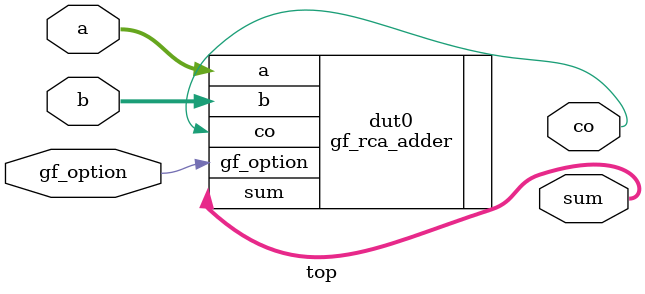
<source format=v>
module top (
    input gf_option,
    input [31:0] a,
    input [31:0] b,
    output [31:0] sum,
    output co
);

    gf_rca_adder dut0(
        .gf_option(gf_option),
        .a(a),
        .b(b),
        .sum(sum),
        .co(co)
    );


endmodule
</source>
